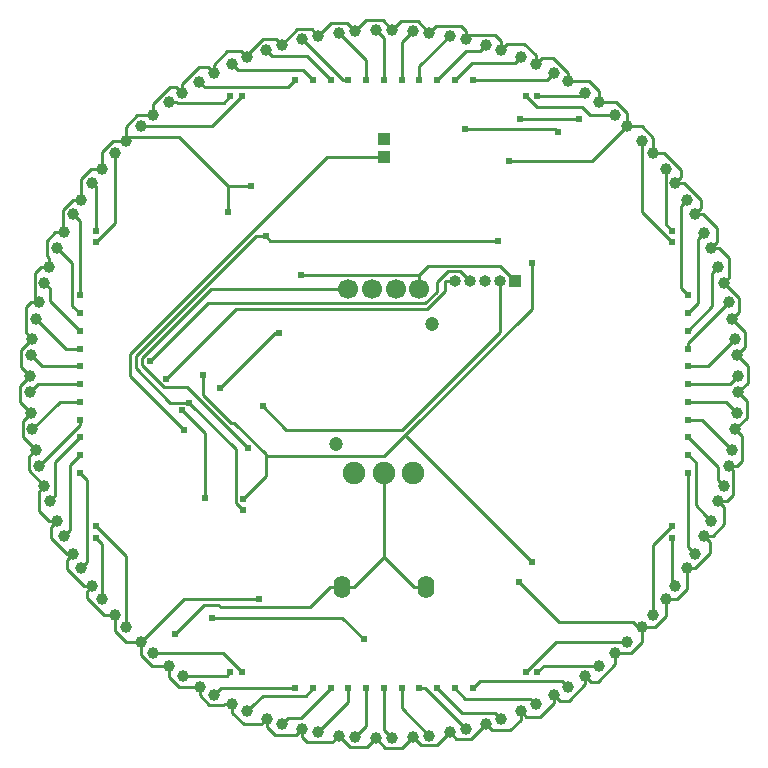
<source format=gtl>
G04 #@! TF.GenerationSoftware,KiCad,Pcbnew,(5.1.5-0-10_14)*
G04 #@! TF.CreationDate,2021-02-01T23:30:03+09:00*
G04 #@! TF.ProjectId,LedClock,4c656443-6c6f-4636-9b2e-6b696361645f,1.1*
G04 #@! TF.SameCoordinates,Original*
G04 #@! TF.FileFunction,Copper,L1,Top*
G04 #@! TF.FilePolarity,Positive*
%FSLAX46Y46*%
G04 Gerber Fmt 4.6, Leading zero omitted, Abs format (unit mm)*
G04 Created by KiCad (PCBNEW (5.1.5-0-10_14)) date 2021-02-01 23:30:03*
%MOMM*%
%LPD*%
G04 APERTURE LIST*
%ADD10O,1.000000X1.000000*%
%ADD11R,1.000000X1.000000*%
%ADD12O,1.400000X1.900000*%
%ADD13C,1.200000*%
%ADD14C,1.700000*%
%ADD15C,1.900000*%
%ADD16R,1.100000X1.100000*%
%ADD17C,1.000000*%
%ADD18C,0.609600*%
%ADD19C,0.254000*%
G04 APERTURE END LIST*
D10*
X6020000Y8700000D03*
X7290000Y8700000D03*
X8560000Y8700000D03*
X9830000Y8700000D03*
D11*
X11100000Y8700000D03*
D12*
X3550000Y-17200000D03*
X-3550000Y-17200000D03*
D13*
X-4100000Y-5100000D03*
X4100000Y5100000D03*
D14*
X-3000000Y8050000D03*
X-1000000Y8050000D03*
X1000000Y8050000D03*
X3000000Y8050000D03*
D15*
X0Y-7500000D03*
X2500000Y-7500000D03*
X-2500000Y-7500000D03*
D16*
X0Y19250000D03*
X0Y20750000D03*
D17*
X-2422435Y29907280D03*
X-3814766Y29760940D03*
X-5559605Y29481960D03*
X-6929012Y29190883D03*
X-8621102Y28731469D03*
X-9952581Y28298845D03*
X-11576252Y27673292D03*
X-12855215Y27103861D03*
X-14404122Y26315000D03*
X-15616558Y25615000D03*
X-17083531Y24664273D03*
X-18216155Y23841373D03*
X-19563061Y22748926D03*
X-20603464Y21812144D03*
X-21841074Y20576939D03*
X-22777856Y19536536D03*
X-23865727Y18186469D03*
X-24688627Y17053845D03*
X-25635000Y15595878D03*
X-26335000Y14383442D03*
X-27126708Y12833748D03*
X-27696139Y11554785D03*
X-28318531Y9928898D03*
X-28751155Y8597419D03*
X-29198040Y6920395D03*
X-29489117Y5550988D03*
X-29762720Y3827565D03*
X-29909060Y2435234D03*
X-30000000Y700000D03*
X-30000000Y-700000D03*
X-29907280Y-2422435D03*
X-29760940Y-3814766D03*
X-29491960Y-5539605D03*
X-29200883Y-6909012D03*
X-28741469Y-8601102D03*
X-28308845Y-9932581D03*
X-27683292Y-11566252D03*
X-27113861Y-12845215D03*
X-26325000Y-14394122D03*
X-25625000Y-15606558D03*
X-24674273Y-17063531D03*
X-23851373Y-18196155D03*
X-22748926Y-19553061D03*
X-21812144Y-20593464D03*
X-20576939Y-21831074D03*
X-19536536Y-22767856D03*
X-18186469Y-23865727D03*
X-17053845Y-24688627D03*
X-15595878Y-25635000D03*
X-14383442Y-26335000D03*
X-12833748Y-27126708D03*
X-11554785Y-27696139D03*
X-9928898Y-28318531D03*
X-8597419Y-28751155D03*
X-6920395Y-29198040D03*
X-5550988Y-29489117D03*
X-3827565Y-29762720D03*
X-2435234Y-29909060D03*
X-700000Y-30000000D03*
X700000Y-30000000D03*
X2462435Y-29907280D03*
X3854766Y-29760940D03*
X5559605Y-29491960D03*
X6929012Y-29200883D03*
X8611102Y-28751469D03*
X9942581Y-28318845D03*
X11566252Y-27693292D03*
X12845215Y-27123861D03*
X14394122Y-26335000D03*
X15606558Y-25635000D03*
X17063531Y-24684273D03*
X18196155Y-23861373D03*
X19553061Y-22758926D03*
X20593464Y-21822144D03*
X21821074Y-20586939D03*
X22757856Y-19546536D03*
X23855727Y-18196469D03*
X24678627Y-17063845D03*
X25635000Y-15595878D03*
X26335000Y-14383442D03*
X27126708Y-12833748D03*
X27696139Y-11554785D03*
X28318531Y-9928898D03*
X28751155Y-8597419D03*
X29198040Y-6920395D03*
X29489117Y-5550988D03*
X29762720Y-3827565D03*
X29909060Y-2435234D03*
X30000000Y-700000D03*
X30000000Y700000D03*
X29907280Y2432435D03*
X29760940Y3824766D03*
X29491960Y5539605D03*
X29200883Y6909012D03*
X28751469Y8581102D03*
X28318845Y9912581D03*
X27693292Y11546252D03*
X27123861Y12825215D03*
X26335000Y14374122D03*
X25635000Y15586558D03*
X24674273Y17063531D03*
X23851373Y18196155D03*
X22758926Y19543061D03*
X21822144Y20583464D03*
X20586939Y21823174D03*
X19546536Y22759956D03*
X18196469Y23855727D03*
X17063845Y24678627D03*
X15605878Y25625000D03*
X14393442Y26325000D03*
X12843748Y27116708D03*
X11564785Y27686139D03*
X9948898Y28308531D03*
X8617419Y28741155D03*
X6940395Y29188040D03*
X5570988Y29479117D03*
X3847565Y29762720D03*
X2455234Y29909060D03*
X710000Y30000000D03*
X-690000Y30000000D03*
D18*
X-6990000Y9243900D03*
X-17673300Y-21141700D03*
X-13225000Y14550000D03*
X11459000Y-16781200D03*
X10615600Y18846200D03*
X-11257500Y16762700D03*
X-10583700Y-18218800D03*
X0Y25750000D03*
X1500000Y25750000D03*
X3000000Y25750000D03*
X4500000Y25750000D03*
X6000000Y25750000D03*
X7500000Y25750000D03*
X13000000Y24375000D03*
X12000000Y24375000D03*
X24375000Y12000000D03*
X24375000Y13000000D03*
X25750000Y7500000D03*
X25750000Y6000000D03*
X25750000Y4500000D03*
X25750000Y3000000D03*
X25750000Y1500000D03*
X25750000Y0D03*
X25750000Y-1500000D03*
X25750000Y-3000000D03*
X25750000Y-4500000D03*
X25750000Y-6000000D03*
X25750000Y-7500000D03*
X24375000Y-13000000D03*
X24375000Y-12000000D03*
X12000000Y-24375000D03*
X13000000Y-24375000D03*
X7500000Y-25750000D03*
X6000000Y-25750000D03*
X4500000Y-25750000D03*
X3000000Y-25750000D03*
X1500000Y-25750000D03*
X0Y-25750000D03*
X-1500000Y-25750000D03*
X-3000000Y-25750000D03*
X-4500000Y-25750000D03*
X-6000000Y-25750000D03*
X-7500000Y-25750000D03*
X-13000000Y-24375000D03*
X-12000000Y-24375000D03*
X-24375000Y-12000000D03*
X-24375000Y-13000000D03*
X-25750000Y-7500000D03*
X-25750000Y-6000000D03*
X-25750000Y-4500000D03*
X-25750000Y-3000000D03*
X-25750000Y-1500000D03*
X-25750000Y0D03*
X-25750000Y1500000D03*
X-25750000Y3000000D03*
X-25750000Y4500000D03*
X-25750000Y6000000D03*
X-25750000Y7500000D03*
X-24375000Y13000000D03*
X-24375000Y12000000D03*
X-12000000Y24375000D03*
X-13000000Y24375000D03*
X-7500000Y25750000D03*
X-6000000Y25750000D03*
X-4500000Y25750000D03*
X-3000000Y25750000D03*
X-1500000Y25750000D03*
X-18427400Y456500D03*
X-10269700Y-1874400D03*
X-16964200Y-3903800D03*
X9657700Y12144200D03*
X-11925000Y-10688800D03*
X-10014300Y12510900D03*
X-16470300Y-1562400D03*
X-11910900Y-9703400D03*
X12495400Y10231600D03*
X12575000Y-15064800D03*
X-15334800Y796400D03*
X-15170200Y-9664600D03*
X-17121300Y-2201100D03*
X-11525000Y-5416400D03*
X-13903500Y-320400D03*
X-8877000Y4358300D03*
X14710800Y21353800D03*
X6854000Y21610500D03*
X16514600Y22442600D03*
X11543600Y22442600D03*
X-14532000Y-19771500D03*
X-1715800Y-21574100D03*
X-19844000Y1933400D03*
D19*
X3000000Y9243900D02*
X-6990000Y9243900D01*
X3550000Y-17200000D02*
X2519500Y-17200000D01*
X0Y-14680500D02*
X-2519500Y-17200000D01*
X0Y-7500000D02*
X0Y-14680500D01*
X0Y-14680500D02*
X2519500Y-17200000D01*
X3000000Y9243900D02*
X3000000Y8050000D01*
X11100000Y8700000D02*
X9786800Y10013200D01*
X9786800Y10013200D02*
X3769300Y10013200D01*
X3769300Y10013200D02*
X3000000Y9243900D01*
X-4580500Y-17200000D02*
X-6247300Y-18866800D01*
X-6247300Y-18866800D02*
X-13821600Y-18866800D01*
X-13821600Y-18866800D02*
X-14009600Y-18678800D01*
X-14009600Y-18678800D02*
X-15210400Y-18678800D01*
X-15210400Y-18678800D02*
X-17673300Y-21141700D01*
X-3550000Y-17200000D02*
X-2519500Y-17200000D01*
X-3550000Y-17200000D02*
X-4580500Y-17200000D01*
X-13182400Y16762700D02*
X-13182400Y14592600D01*
X-13182400Y14592600D02*
X-13225000Y14550000D01*
X-13182400Y16762700D02*
X-11257500Y16762700D01*
X-21841100Y20893700D02*
X-17313400Y20893700D01*
X-17313400Y20893700D02*
X-13182400Y16762700D01*
X21821100Y-20903600D02*
X21079300Y-20161800D01*
X21079300Y-20161800D02*
X21079300Y-20161700D01*
X21079300Y-20161700D02*
X14839500Y-20161700D01*
X14839500Y-20161700D02*
X11459000Y-16781200D01*
X21821100Y-20903600D02*
X21821100Y-21823200D01*
X21821100Y-21823200D02*
X20885400Y-22758900D01*
X20885400Y-22758900D02*
X19553100Y-22758900D01*
X21821100Y-20586900D02*
X21821100Y-20903600D01*
X10615600Y18846200D02*
X17609900Y18846200D01*
X17609900Y18846200D02*
X20586900Y21823200D01*
X20586900Y21823200D02*
X21811100Y21823200D01*
X21811100Y21823200D02*
X22758900Y20875400D01*
X22758900Y20875400D02*
X22758900Y19543100D01*
X-21841100Y20893700D02*
X-21841100Y21803200D01*
X-21841100Y21803200D02*
X-20895400Y22748900D01*
X-20895400Y22748900D02*
X-19563100Y22748900D01*
X-21841100Y20576900D02*
X-21841100Y20893700D01*
X-10583700Y-18218800D02*
X-16964600Y-18218800D01*
X-16964600Y-18218800D02*
X-20576900Y-21831100D01*
X-20576900Y-21831100D02*
X-21803200Y-21831100D01*
X-21803200Y-21831100D02*
X-22748900Y-20885400D01*
X-22748900Y-20885400D02*
X-22748900Y-19553100D01*
X-2422400Y29907300D02*
X-1499500Y30830200D01*
X-1499500Y30830200D02*
X-120200Y30830200D01*
X-120200Y30830200D02*
X710000Y30000000D01*
X-5559600Y29482000D02*
X-4450400Y30591100D01*
X-4450400Y30591100D02*
X-3106300Y30591100D01*
X-3106300Y30591100D02*
X-2922400Y30407300D01*
X-2922400Y30407300D02*
X-2422400Y29907300D01*
X-8621100Y28731500D02*
X-7331500Y30021100D01*
X-7331500Y30021100D02*
X-6098700Y30021100D01*
X-6098700Y30021100D02*
X-5559600Y29482000D01*
X-11576300Y27673300D02*
X-11576300Y27903900D01*
X-11576300Y27903900D02*
X-10248700Y29231500D01*
X-10248700Y29231500D02*
X-9121100Y29231500D01*
X-9121100Y29231500D02*
X-8621100Y28731500D01*
X-14404100Y26315000D02*
X-14404100Y27022100D01*
X-14404100Y27022100D02*
X-13252900Y28173300D01*
X-13252900Y28173300D02*
X-12076300Y28173300D01*
X-12076300Y28173300D02*
X-11576300Y27673300D01*
X-17083500Y24664300D02*
X-17083500Y25371400D01*
X-17083500Y25371400D02*
X-15639900Y26815000D01*
X-15639900Y26815000D02*
X-14904100Y26815000D01*
X-14904100Y26815000D02*
X-14404100Y26315000D01*
X-19563100Y22748900D02*
X-19563100Y23723200D01*
X-19563100Y23723200D02*
X-18122000Y25164300D01*
X-18122000Y25164300D02*
X-17583500Y25164300D01*
X-17583500Y25164300D02*
X-17083500Y24664300D01*
X-23865700Y18186500D02*
X-23865700Y19677400D01*
X-23865700Y19677400D02*
X-22966200Y20576900D01*
X-22966200Y20576900D02*
X-21841100Y20576900D01*
X-25635000Y15595900D02*
X-25635000Y17336200D01*
X-25635000Y17336200D02*
X-24784700Y18186500D01*
X-24784700Y18186500D02*
X-23865700Y18186500D01*
X-27126700Y12833700D02*
X-27165200Y12872200D01*
X-27165200Y12872200D02*
X-27165200Y14772800D01*
X-27165200Y14772800D02*
X-26342100Y15595900D01*
X-26342100Y15595900D02*
X-25635000Y15595900D01*
X-28318500Y9928900D02*
X-28318500Y10636000D01*
X-28318500Y10636000D02*
X-28526300Y10843800D01*
X-28526300Y10843800D02*
X-28526300Y12141200D01*
X-28526300Y12141200D02*
X-27833800Y12833700D01*
X-27833800Y12833700D02*
X-27126700Y12833700D01*
X-29198000Y6920400D02*
X-29581400Y7303700D01*
X-29581400Y7303700D02*
X-29581400Y9373200D01*
X-29581400Y9373200D02*
X-29025600Y9928900D01*
X-29025600Y9928900D02*
X-28318500Y9928900D01*
X-29762700Y3827600D02*
X-30319300Y4384200D01*
X-30319300Y4384200D02*
X-30319300Y6506200D01*
X-30319300Y6506200D02*
X-29905100Y6920400D01*
X-29905100Y6920400D02*
X-29198000Y6920400D01*
X-30000000Y700000D02*
X-30739300Y1439300D01*
X-30739300Y1439300D02*
X-30739300Y2851000D01*
X-30739300Y2851000D02*
X-29762700Y3827600D01*
X-29907300Y-2422400D02*
X-30830200Y-1499500D01*
X-30830200Y-1499500D02*
X-30830200Y-130200D01*
X-30830200Y-130200D02*
X-30000000Y700000D01*
X-29492000Y-5539600D02*
X-30591100Y-4440400D01*
X-30591100Y-4440400D02*
X-30591100Y-3106300D01*
X-30591100Y-3106300D02*
X-30407300Y-2922400D01*
X-30407300Y-2922400D02*
X-29907300Y-2422400D01*
X-28741500Y-8601100D02*
X-30031100Y-7311500D01*
X-30031100Y-7311500D02*
X-30031100Y-6078700D01*
X-30031100Y-6078700D02*
X-29492000Y-5539600D01*
X-28741500Y-8601100D02*
X-29241500Y-9101100D01*
X-29241500Y-9101100D02*
X-29241500Y-10715200D01*
X-29241500Y-10715200D02*
X-28390400Y-11566300D01*
X-28390400Y-11566300D02*
X-27683300Y-11566300D01*
X-26325000Y-14394100D02*
X-26793700Y-14394100D01*
X-26793700Y-14394100D02*
X-28183300Y-13004500D01*
X-28183300Y-13004500D02*
X-28183300Y-12066300D01*
X-28183300Y-12066300D02*
X-27683300Y-11566300D01*
X-24674300Y-17063500D02*
X-25396700Y-17063500D01*
X-25396700Y-17063500D02*
X-26825000Y-15635300D01*
X-26825000Y-15635300D02*
X-26825000Y-14894100D01*
X-26825000Y-14894100D02*
X-26325000Y-14394100D01*
X-24674300Y-17063500D02*
X-25174300Y-17563500D01*
X-25174300Y-17563500D02*
X-25174300Y-18102000D01*
X-25174300Y-18102000D02*
X-23723200Y-19553100D01*
X-23723200Y-19553100D02*
X-22748900Y-19553100D01*
X-18186500Y-23865700D02*
X-19667400Y-23865700D01*
X-19667400Y-23865700D02*
X-20576900Y-22956200D01*
X-20576900Y-22956200D02*
X-20576900Y-21831100D01*
X-15595900Y-25635000D02*
X-17336200Y-25635000D01*
X-17336200Y-25635000D02*
X-18186500Y-24784700D01*
X-18186500Y-24784700D02*
X-18186500Y-23865700D01*
X-12833700Y-27126700D02*
X-13540900Y-27126700D01*
X-13540900Y-27126700D02*
X-13579300Y-27165200D01*
X-13579300Y-27165200D02*
X-14772800Y-27165200D01*
X-14772800Y-27165200D02*
X-15595900Y-26342100D01*
X-15595900Y-26342100D02*
X-15595900Y-25635000D01*
X-9928900Y-28318500D02*
X-10428900Y-28818500D01*
X-10428900Y-28818500D02*
X-11849000Y-28818500D01*
X-11849000Y-28818500D02*
X-12833700Y-27833800D01*
X-12833700Y-27833800D02*
X-12833700Y-27126700D01*
X-6920400Y-29198000D02*
X-7420400Y-29698000D01*
X-7420400Y-29698000D02*
X-9256500Y-29698000D01*
X-9256500Y-29698000D02*
X-9928900Y-29025600D01*
X-9928900Y-29025600D02*
X-9928900Y-28318500D01*
X-3827600Y-29762700D02*
X-4384200Y-30319300D01*
X-4384200Y-30319300D02*
X-6506200Y-30319300D01*
X-6506200Y-30319300D02*
X-6920400Y-29905100D01*
X-6920400Y-29905100D02*
X-6920400Y-29198000D01*
X-700000Y-30000000D02*
X-1439300Y-30739300D01*
X-1439300Y-30739300D02*
X-2851000Y-30739300D01*
X-2851000Y-30739300D02*
X-3827600Y-29762700D01*
X2462400Y-29907300D02*
X1539500Y-30830200D01*
X1539500Y-30830200D02*
X130200Y-30830200D01*
X130200Y-30830200D02*
X-700000Y-30000000D01*
X5559600Y-29492000D02*
X4460400Y-30591100D01*
X4460400Y-30591100D02*
X3146300Y-30591100D01*
X3146300Y-30591100D02*
X2962400Y-30407300D01*
X2962400Y-30407300D02*
X2462400Y-29907300D01*
X8611100Y-28751500D02*
X7331500Y-30031100D01*
X7331500Y-30031100D02*
X6098700Y-30031100D01*
X6098700Y-30031100D02*
X5559600Y-29492000D01*
X11566300Y-27693300D02*
X11566300Y-28400400D01*
X11566300Y-28400400D02*
X10715200Y-29251500D01*
X10715200Y-29251500D02*
X9111100Y-29251500D01*
X9111100Y-29251500D02*
X8611100Y-28751500D01*
X14394100Y-26335000D02*
X14394100Y-27042100D01*
X14394100Y-27042100D02*
X13242900Y-28193300D01*
X13242900Y-28193300D02*
X12066300Y-28193300D01*
X12066300Y-28193300D02*
X11566300Y-27693300D01*
X17063500Y-24684300D02*
X17063500Y-25406700D01*
X17063500Y-25406700D02*
X15635300Y-26835000D01*
X15635300Y-26835000D02*
X14894100Y-26835000D01*
X14894100Y-26835000D02*
X14394100Y-26335000D01*
X19553100Y-22758900D02*
X19553100Y-23733200D01*
X19553100Y-23733200D02*
X18102000Y-25184300D01*
X18102000Y-25184300D02*
X17563500Y-25184300D01*
X17563500Y-25184300D02*
X17063500Y-24684300D01*
X23855700Y-18196500D02*
X23855700Y-19677400D01*
X23855700Y-19677400D02*
X22946200Y-20586900D01*
X22946200Y-20586900D02*
X21821100Y-20586900D01*
X25635000Y-15595900D02*
X25635000Y-17336200D01*
X25635000Y-17336200D02*
X24774700Y-18196500D01*
X24774700Y-18196500D02*
X23855700Y-18196500D01*
X25635000Y-15595900D02*
X26351300Y-15595900D01*
X26351300Y-15595900D02*
X27626700Y-14320400D01*
X27626700Y-14320400D02*
X27626700Y-13333700D01*
X27626700Y-13333700D02*
X27126700Y-12833700D01*
X28318500Y-9928900D02*
X28818500Y-10428900D01*
X28818500Y-10428900D02*
X28818500Y-11849000D01*
X28818500Y-11849000D02*
X27833800Y-12833700D01*
X27833800Y-12833700D02*
X27126700Y-12833700D01*
X29198000Y-6920400D02*
X29581400Y-7303700D01*
X29581400Y-7303700D02*
X29581400Y-9373200D01*
X29581400Y-9373200D02*
X29025600Y-9928900D01*
X29025600Y-9928900D02*
X28318500Y-9928900D01*
X29762700Y-3827600D02*
X30319300Y-4384200D01*
X30319300Y-4384200D02*
X30319300Y-6506200D01*
X30319300Y-6506200D02*
X29905100Y-6920400D01*
X29905100Y-6920400D02*
X29198000Y-6920400D01*
X30000000Y-700000D02*
X30739300Y-1439300D01*
X30739300Y-1439300D02*
X30739300Y-2851000D01*
X30739300Y-2851000D02*
X29762700Y-3827600D01*
X29907300Y2432400D02*
X30830200Y1509500D01*
X30830200Y1509500D02*
X30830200Y130200D01*
X30830200Y130200D02*
X30000000Y-700000D01*
X29492000Y5539600D02*
X30591100Y4440400D01*
X30591100Y4440400D02*
X30591100Y3116300D01*
X30591100Y3116300D02*
X30407300Y2932400D01*
X30407300Y2932400D02*
X29907300Y2432400D01*
X28751500Y8581100D02*
X30031100Y7301500D01*
X30031100Y7301500D02*
X30031100Y6078700D01*
X30031100Y6078700D02*
X29492000Y5539600D01*
X27693300Y11546300D02*
X28400400Y11546300D01*
X28400400Y11546300D02*
X29251500Y10695200D01*
X29251500Y10695200D02*
X29251500Y9081100D01*
X29251500Y9081100D02*
X28751500Y8581100D01*
X26335000Y14374100D02*
X27042100Y14374100D01*
X27042100Y14374100D02*
X28193300Y13222900D01*
X28193300Y13222900D02*
X28193300Y12046300D01*
X28193300Y12046300D02*
X27693300Y11546300D01*
X24674300Y17063500D02*
X25386700Y17063500D01*
X25386700Y17063500D02*
X26835000Y15615300D01*
X26835000Y15615300D02*
X26835000Y14874100D01*
X26835000Y14874100D02*
X26335000Y14374100D01*
X22758900Y19543100D02*
X23733200Y19543100D01*
X23733200Y19543100D02*
X25174300Y18102000D01*
X25174300Y18102000D02*
X25174300Y17563500D01*
X25174300Y17563500D02*
X24674300Y17063500D01*
X18196500Y23855700D02*
X19679500Y23855700D01*
X19679500Y23855700D02*
X20586900Y22948300D01*
X20586900Y22948300D02*
X20586900Y21823200D01*
X15605900Y25625000D02*
X17346200Y25625000D01*
X17346200Y25625000D02*
X18196500Y24774700D01*
X18196500Y24774700D02*
X18196500Y23855700D01*
X12843700Y27116700D02*
X13343700Y27616700D01*
X13343700Y27616700D02*
X14321300Y27616700D01*
X14321300Y27616700D02*
X15605900Y26332100D01*
X15605900Y26332100D02*
X15605900Y25625000D01*
X9948900Y28308500D02*
X10448900Y28808500D01*
X10448900Y28808500D02*
X11859000Y28808500D01*
X11859000Y28808500D02*
X12843700Y27823800D01*
X12843700Y27823800D02*
X12843700Y27116700D01*
X6940400Y29188000D02*
X7323700Y29571400D01*
X7323700Y29571400D02*
X9393200Y29571400D01*
X9393200Y29571400D02*
X9948900Y29015600D01*
X9948900Y29015600D02*
X9948900Y28308500D01*
X3847600Y29762700D02*
X4394200Y30309300D01*
X4394200Y30309300D02*
X6526200Y30309300D01*
X6526200Y30309300D02*
X6940400Y29895100D01*
X6940400Y29895100D02*
X6940400Y29188000D01*
X710000Y30000000D02*
X1449300Y30739300D01*
X1449300Y30739300D02*
X2871000Y30739300D01*
X2871000Y30739300D02*
X3847600Y29762700D01*
X0Y25750000D02*
X0Y29310000D01*
X0Y29310000D02*
X-690000Y30000000D01*
X1500000Y25750000D02*
X1500000Y28953800D01*
X1500000Y28953800D02*
X2455200Y29909100D01*
X3000000Y25750000D02*
X3000000Y26908100D01*
X3000000Y26908100D02*
X5571000Y29479100D01*
X4500000Y25750000D02*
X6991200Y28241200D01*
X6991200Y28241200D02*
X8117400Y28241200D01*
X8117400Y28241200D02*
X8617400Y28741200D01*
X6000000Y25750000D02*
X7436100Y27186100D01*
X7436100Y27186100D02*
X11064800Y27186100D01*
X11064800Y27186100D02*
X11564800Y27686100D01*
X7500000Y25750000D02*
X13818400Y25750000D01*
X13818400Y25750000D02*
X14393400Y26325000D01*
X13000000Y24375000D02*
X16760200Y24375000D01*
X16760200Y24375000D02*
X17063800Y24678600D01*
X12000000Y24375000D02*
X12931600Y23443400D01*
X12931600Y23443400D02*
X16754900Y23443400D01*
X16754900Y23443400D02*
X17438300Y22760000D01*
X17438300Y22760000D02*
X19546500Y22760000D01*
X24375000Y12000000D02*
X21822100Y14552900D01*
X21822100Y14552900D02*
X21822100Y20583500D01*
X23851400Y18196200D02*
X23844100Y18188900D01*
X23844100Y18188900D02*
X23844100Y13530900D01*
X23844100Y13530900D02*
X24375000Y13000000D01*
X25750000Y7500000D02*
X25135000Y8115000D01*
X25135000Y8115000D02*
X25135000Y15086600D01*
X25135000Y15086600D02*
X25635000Y15586600D01*
X25750000Y6000000D02*
X26623900Y6873900D01*
X26623900Y6873900D02*
X26623900Y12325200D01*
X26623900Y12325200D02*
X27123900Y12825200D01*
X25750000Y4500000D02*
X27818800Y6568900D01*
X27818800Y6568900D02*
X27818800Y9412600D01*
X27818800Y9412600D02*
X28318800Y9912600D01*
X25750000Y3000000D02*
X25750000Y3458100D01*
X25750000Y3458100D02*
X29200900Y6909000D01*
X25750000Y1500000D02*
X27436200Y1500000D01*
X27436200Y1500000D02*
X29760900Y3824800D01*
X25750000Y0D02*
X29300000Y0D01*
X29300000Y0D02*
X30000000Y700000D01*
X25750000Y-1500000D02*
X28973800Y-1500000D01*
X28973800Y-1500000D02*
X29909100Y-2435200D01*
X25750000Y-3000000D02*
X26938100Y-3000000D01*
X26938100Y-3000000D02*
X29489100Y-5551000D01*
X25750000Y-4500000D02*
X28251200Y-7001200D01*
X28251200Y-7001200D02*
X28251200Y-8097400D01*
X28251200Y-8097400D02*
X28751200Y-8597400D01*
X25750000Y-6000000D02*
X26385000Y-6635000D01*
X26385000Y-6635000D02*
X26385000Y-10243600D01*
X26385000Y-10243600D02*
X27196100Y-11054800D01*
X27196100Y-11054800D02*
X27696100Y-11554800D01*
X25750000Y-7500000D02*
X25750000Y-13798400D01*
X25750000Y-13798400D02*
X26335000Y-14383400D01*
X24375000Y-13000000D02*
X24375000Y-16760200D01*
X24375000Y-16760200D02*
X24678600Y-17063800D01*
X24375000Y-12000000D02*
X22757900Y-13617100D01*
X22757900Y-13617100D02*
X22757900Y-19546500D01*
X12000000Y-24375000D02*
X14552900Y-21822100D01*
X14552900Y-21822100D02*
X20593500Y-21822100D01*
X18196200Y-23861400D02*
X18188900Y-23854100D01*
X18188900Y-23854100D02*
X13520900Y-23854100D01*
X13520900Y-23854100D02*
X13000000Y-24375000D01*
X7500000Y-25750000D02*
X8115000Y-25135000D01*
X8115000Y-25135000D02*
X15106600Y-25135000D01*
X15106600Y-25135000D02*
X15606600Y-25635000D01*
X6000000Y-25750000D02*
X6873900Y-26623900D01*
X6873900Y-26623900D02*
X12345200Y-26623900D01*
X12345200Y-26623900D02*
X12845200Y-27123900D01*
X4500000Y-25750000D02*
X6568900Y-27818800D01*
X6568900Y-27818800D02*
X9442600Y-27818800D01*
X9442600Y-27818800D02*
X9942600Y-28318800D01*
X3000000Y-25750000D02*
X3478100Y-25750000D01*
X3478100Y-25750000D02*
X6929000Y-29200900D01*
X1500000Y-25750000D02*
X1500000Y-27406200D01*
X1500000Y-27406200D02*
X3854800Y-29760900D01*
X0Y-25750000D02*
X0Y-29300000D01*
X0Y-29300000D02*
X700000Y-30000000D01*
X-1500000Y-25750000D02*
X-1500000Y-28973800D01*
X-1500000Y-28973800D02*
X-2435200Y-29909100D01*
X-3000000Y-25750000D02*
X-3000000Y-26938100D01*
X-3000000Y-26938100D02*
X-5551000Y-29489100D01*
X-4500000Y-25750000D02*
X-7001200Y-28251200D01*
X-7001200Y-28251200D02*
X-8097400Y-28251200D01*
X-8097400Y-28251200D02*
X-8597400Y-28751200D01*
X-6000000Y-25750000D02*
X-6635000Y-26385000D01*
X-6635000Y-26385000D02*
X-10243600Y-26385000D01*
X-10243600Y-26385000D02*
X-11054800Y-27196100D01*
X-11054800Y-27196100D02*
X-11554800Y-27696100D01*
X-7500000Y-25750000D02*
X-13798400Y-25750000D01*
X-13798400Y-25750000D02*
X-14383400Y-26335000D01*
X-13000000Y-24375000D02*
X-13313600Y-24688600D01*
X-13313600Y-24688600D02*
X-17053800Y-24688600D01*
X-19536500Y-22767900D02*
X-13607100Y-22767900D01*
X-13607100Y-22767900D02*
X-12000000Y-24375000D01*
X-24375000Y-12000000D02*
X-21812100Y-14562900D01*
X-21812100Y-14562900D02*
X-21812100Y-20593500D01*
X-23851400Y-18196200D02*
X-23844100Y-18188900D01*
X-23844100Y-18188900D02*
X-23844100Y-13530900D01*
X-23844100Y-13530900D02*
X-24375000Y-13000000D01*
X-25750000Y-7500000D02*
X-25125000Y-8125000D01*
X-25125000Y-8125000D02*
X-25125000Y-15106600D01*
X-25125000Y-15106600D02*
X-25625000Y-15606600D01*
X-25750000Y-6000000D02*
X-26613900Y-6863900D01*
X-26613900Y-6863900D02*
X-26613900Y-12345200D01*
X-26613900Y-12345200D02*
X-27113900Y-12845200D01*
X-25750000Y-4500000D02*
X-27808800Y-6558800D01*
X-27808800Y-6558800D02*
X-27808800Y-9432600D01*
X-27808800Y-9432600D02*
X-28308800Y-9932600D01*
X-25750000Y-3000000D02*
X-25750000Y-3458100D01*
X-25750000Y-3458100D02*
X-29200900Y-6909000D01*
X-25750000Y-1500000D02*
X-27446200Y-1500000D01*
X-27446200Y-1500000D02*
X-29760900Y-3814800D01*
X-25750000Y0D02*
X-29300000Y0D01*
X-29300000Y0D02*
X-30000000Y-700000D01*
X-25750000Y1500000D02*
X-28973800Y1500000D01*
X-28973800Y1500000D02*
X-29909100Y2435200D01*
X-25750000Y3000000D02*
X-26938100Y3000000D01*
X-26938100Y3000000D02*
X-29489100Y5551000D01*
X-25750000Y4500000D02*
X-28251200Y7001200D01*
X-28251200Y7001200D02*
X-28251200Y8097400D01*
X-28251200Y8097400D02*
X-28751200Y8597400D01*
X-25750000Y6000000D02*
X-26385000Y6635000D01*
X-26385000Y6635000D02*
X-26385000Y10243600D01*
X-26385000Y10243600D02*
X-27196100Y11054800D01*
X-27196100Y11054800D02*
X-27696100Y11554800D01*
X-25750000Y7500000D02*
X-25750000Y13798400D01*
X-25750000Y13798400D02*
X-26335000Y14383400D01*
X-24375000Y13000000D02*
X-24375000Y16740200D01*
X-24375000Y16740200D02*
X-24688600Y17053800D01*
X-24375000Y12000000D02*
X-22777900Y13597100D01*
X-22777900Y13597100D02*
X-22777900Y19536500D01*
X-12000000Y24375000D02*
X-14562900Y21812100D01*
X-14562900Y21812100D02*
X-20603500Y21812100D01*
X-18216200Y23841400D02*
X-17509000Y23841400D01*
X-17509000Y23841400D02*
X-17501700Y23834100D01*
X-17501700Y23834100D02*
X-13540900Y23834100D01*
X-13540900Y23834100D02*
X-13000000Y24375000D01*
X-7500000Y25750000D02*
X-8135000Y25115000D01*
X-8135000Y25115000D02*
X-15116600Y25115000D01*
X-15116600Y25115000D02*
X-15616600Y25615000D01*
X-6000000Y25750000D02*
X-6853900Y26603900D01*
X-6853900Y26603900D02*
X-12355200Y26603900D01*
X-12355200Y26603900D02*
X-12855200Y27103900D01*
X-4500000Y25750000D02*
X-6548800Y27798800D01*
X-6548800Y27798800D02*
X-9452600Y27798800D01*
X-9452600Y27798800D02*
X-9952600Y28298800D01*
X-3000000Y25750000D02*
X-3488100Y25750000D01*
X-3488100Y25750000D02*
X-6929000Y29190900D01*
X-1500000Y25750000D02*
X-1500000Y27446200D01*
X-1500000Y27446200D02*
X-3814800Y29760900D01*
X6020000Y8700000D02*
X5189500Y8700000D01*
X-18427400Y456500D02*
X-12518300Y6365600D01*
X-12518300Y6365600D02*
X3685600Y6365600D01*
X3685600Y6365600D02*
X5189500Y7869500D01*
X5189500Y7869500D02*
X5189500Y8700000D01*
X-10269700Y-1874400D02*
X-8263100Y-3881000D01*
X-8263100Y-3881000D02*
X1549600Y-3881000D01*
X1549600Y-3881000D02*
X9830000Y4399400D01*
X9830000Y4399400D02*
X9830000Y8700000D01*
X-880500Y19250000D02*
X-4800700Y19250000D01*
X-4800700Y19250000D02*
X-21526700Y2524000D01*
X-21526700Y2524000D02*
X-21526700Y658700D01*
X-21526700Y658700D02*
X-16964200Y-3903800D01*
X0Y19250000D02*
X-880500Y19250000D01*
X-10014300Y12510900D02*
X-9647600Y12144200D01*
X-9647600Y12144200D02*
X9657700Y12144200D01*
X-10014300Y12510900D02*
X-10869900Y12510900D01*
X-10869900Y12510900D02*
X-21021200Y2359600D01*
X-21021200Y2359600D02*
X-21021200Y1377200D01*
X-21021200Y1377200D02*
X-18081600Y-1562400D01*
X-18081600Y-1562400D02*
X-16470300Y-1562400D01*
X-16470300Y-1562400D02*
X-12551300Y-5481400D01*
X-12551300Y-5481400D02*
X-12551300Y-10062500D01*
X-12551300Y-10062500D02*
X-11925000Y-10688800D01*
X-10018700Y-6051600D02*
X-10018700Y-7811200D01*
X-10018700Y-7811200D02*
X-11910900Y-9703400D01*
X-10018700Y-6051600D02*
X48300Y-6051600D01*
X48300Y-6051600D02*
X1805100Y-4294800D01*
X-15334800Y796400D02*
X-15334800Y-959600D01*
X-15334800Y-959600D02*
X-12987100Y-3307300D01*
X-12987100Y-3307300D02*
X-12656600Y-3307300D01*
X-12656600Y-3307300D02*
X-10018700Y-5945200D01*
X-10018700Y-5945200D02*
X-10018700Y-6051600D01*
X1805100Y-4294800D02*
X12575000Y-15064800D01*
X1805100Y-4294800D02*
X12495400Y6395500D01*
X12495400Y6395500D02*
X12495400Y10231600D01*
X-17121300Y-2201100D02*
X-15170200Y-4152200D01*
X-15170200Y-4152200D02*
X-15170200Y-9664600D01*
X-11525000Y-5416400D02*
X-16688800Y-252600D01*
X-16688800Y-252600D02*
X-18650600Y-252600D01*
X-18650600Y-252600D02*
X-20501200Y1598000D01*
X-20501200Y1598000D02*
X-20501200Y2198500D01*
X-20501200Y2198500D02*
X-14649700Y8050000D01*
X-14649700Y8050000D02*
X-3000000Y8050000D01*
X-8877000Y4358300D02*
X-9224800Y4358300D01*
X-9224800Y4358300D02*
X-13903500Y-320400D01*
X6854000Y21610500D02*
X14454100Y21610500D01*
X14454100Y21610500D02*
X14710800Y21353800D01*
X11543600Y22442600D02*
X16514600Y22442600D01*
X-1715800Y-21574100D02*
X-3518400Y-19771500D01*
X-3518400Y-19771500D02*
X-14532000Y-19771500D01*
X7290000Y8700000D02*
X6434400Y9555600D01*
X6434400Y9555600D02*
X5398200Y9555600D01*
X5398200Y9555600D02*
X4477600Y8635000D01*
X4477600Y8635000D02*
X4477600Y7816000D01*
X4477600Y7816000D02*
X3502300Y6840700D01*
X3502300Y6840700D02*
X-14936700Y6840700D01*
X-14936700Y6840700D02*
X-19844000Y1933400D01*
M02*

</source>
